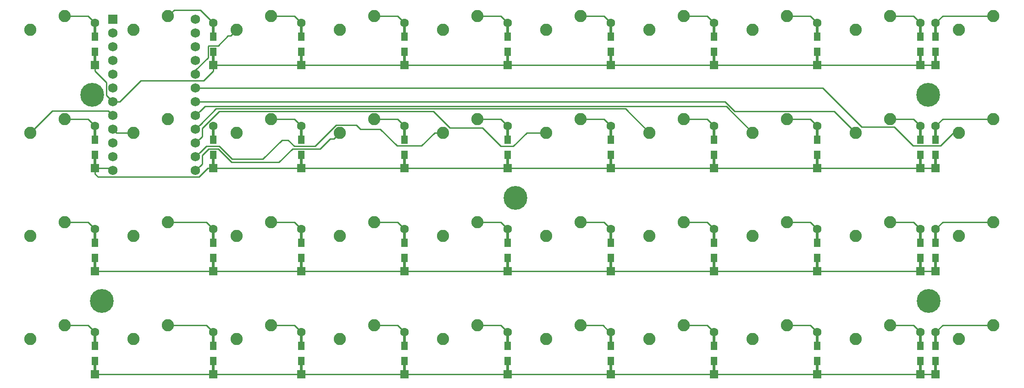
<source format=gbl>
G04 #@! TF.GenerationSoftware,KiCad,Pcbnew,(5.1.4-0)*
G04 #@! TF.CreationDate,2021-02-22T20:17:48-07:00*
G04 #@! TF.ProjectId,electrolyte,656c6563-7472-46f6-9c79-74652e6b6963,rev?*
G04 #@! TF.SameCoordinates,Original*
G04 #@! TF.FileFunction,Copper,L2,Bot*
G04 #@! TF.FilePolarity,Positive*
%FSLAX46Y46*%
G04 Gerber Fmt 4.6, Leading zero omitted, Abs format (unit mm)*
G04 Created by KiCad (PCBNEW (5.1.4-0)) date 2021-02-22 20:17:48*
%MOMM*%
%LPD*%
G04 APERTURE LIST*
%ADD10C,4.400000*%
%ADD11C,2.250000*%
%ADD12C,1.752600*%
%ADD13R,1.752600X1.752600*%
%ADD14R,1.600000X1.600000*%
%ADD15C,1.600000*%
%ADD16R,0.500000X2.900000*%
%ADD17R,1.200000X1.600000*%
%ADD18C,0.250000*%
G04 APERTURE END LIST*
D10*
X111633000Y-54229000D03*
X187833000Y-35179000D03*
X187960000Y-73279000D03*
X35306000Y-73279000D03*
X33528000Y-35179000D03*
D11*
X199929750Y-77755750D03*
X193579750Y-80295750D03*
X199929750Y-58705750D03*
X193579750Y-61245750D03*
X199929750Y-39655750D03*
X193579750Y-42195750D03*
X199929750Y-20605750D03*
X193579750Y-23145750D03*
X180879750Y-77755750D03*
X174529750Y-80295750D03*
X180879750Y-58705750D03*
X174529750Y-61245750D03*
X180879750Y-39655750D03*
X174529750Y-42195750D03*
X180879750Y-20605750D03*
X174529750Y-23145750D03*
X161829750Y-77755750D03*
X155479750Y-80295750D03*
X161829750Y-58705750D03*
X155479750Y-61245750D03*
X161829750Y-39655750D03*
X155479750Y-42195750D03*
X161829750Y-20605750D03*
X155479750Y-23145750D03*
X142779750Y-77755750D03*
X136429750Y-80295750D03*
X142779750Y-58705750D03*
X136429750Y-61245750D03*
X142779750Y-39655750D03*
X136429750Y-42195750D03*
X142779750Y-20605750D03*
X136429750Y-23145750D03*
X123729750Y-77755750D03*
X117379750Y-80295750D03*
X123729750Y-58705750D03*
X117379750Y-61245750D03*
X123729750Y-39655750D03*
X117379750Y-42195750D03*
X123729750Y-20605750D03*
X117379750Y-23145750D03*
X104679750Y-77755750D03*
X98329750Y-80295750D03*
X104679750Y-58705750D03*
X98329750Y-61245750D03*
X104679750Y-39655750D03*
X98329750Y-42195750D03*
X104679750Y-20605750D03*
X98329750Y-23145750D03*
X85629750Y-77755750D03*
X79279750Y-80295750D03*
X85629750Y-58705750D03*
X79279750Y-61245750D03*
X85629750Y-39655750D03*
X79279750Y-42195750D03*
X85629750Y-20605750D03*
X79279750Y-23145750D03*
X66579750Y-77755750D03*
X60229750Y-80295750D03*
X66579750Y-58705750D03*
X60229750Y-61245750D03*
X66579750Y-39655750D03*
X60229750Y-42195750D03*
X66579750Y-20605750D03*
X60229750Y-23145750D03*
X47529750Y-77755750D03*
X41179750Y-80295750D03*
X47529750Y-58705750D03*
X41179750Y-61245750D03*
X47529750Y-39655750D03*
X41179750Y-42195750D03*
X47529750Y-20605750D03*
X41179750Y-23145750D03*
X28479750Y-77755750D03*
X22129750Y-80295750D03*
X28479750Y-58705750D03*
X22129750Y-61245750D03*
X28479750Y-39655750D03*
X22129750Y-42195750D03*
X28479750Y-20605750D03*
X22129750Y-23145750D03*
D12*
X52609750Y-21240750D03*
X37369750Y-49180750D03*
X52609750Y-23780750D03*
X52609750Y-26320750D03*
X52609750Y-28860750D03*
X52609750Y-31400750D03*
X52609750Y-33940750D03*
X52609750Y-36480750D03*
X52609750Y-39020750D03*
X52609750Y-41560750D03*
X52609750Y-44100750D03*
X52609750Y-46640750D03*
X52609750Y-49180750D03*
X37369750Y-46640750D03*
X37369750Y-44100750D03*
X37369750Y-41560750D03*
X37369750Y-39020750D03*
X37369750Y-36480750D03*
X37369750Y-33940750D03*
X37369750Y-31400750D03*
X37369750Y-28860750D03*
X37369750Y-26320750D03*
X37369750Y-23780750D03*
D13*
X37369750Y-21240750D03*
D14*
X189261750Y-86862750D03*
D15*
X189261750Y-79062750D03*
D16*
X189261750Y-85462750D03*
D17*
X189261750Y-84362750D03*
X189261750Y-81562750D03*
D16*
X189261750Y-80462750D03*
D14*
X189261750Y-67812750D03*
D15*
X189261750Y-60012750D03*
D16*
X189261750Y-66412750D03*
D17*
X189261750Y-65312750D03*
X189261750Y-62512750D03*
D16*
X189261750Y-61412750D03*
D14*
X189261750Y-48762750D03*
D15*
X189261750Y-40962750D03*
D16*
X189261750Y-47362750D03*
D17*
X189261750Y-46262750D03*
X189261750Y-43462750D03*
D16*
X189261750Y-42362750D03*
D14*
X189261750Y-29712750D03*
D15*
X189261750Y-21912750D03*
D16*
X189261750Y-28312750D03*
D17*
X189261750Y-27212750D03*
X189261750Y-24412750D03*
D16*
X189261750Y-23312750D03*
D14*
X186467750Y-86862750D03*
D15*
X186467750Y-79062750D03*
D16*
X186467750Y-85462750D03*
D17*
X186467750Y-84362750D03*
X186467750Y-81562750D03*
D16*
X186467750Y-80462750D03*
D14*
X186467750Y-67812750D03*
D15*
X186467750Y-60012750D03*
D16*
X186467750Y-66412750D03*
D17*
X186467750Y-65312750D03*
X186467750Y-62512750D03*
D16*
X186467750Y-61412750D03*
D14*
X186467750Y-48762750D03*
D15*
X186467750Y-40962750D03*
D16*
X186467750Y-47362750D03*
D17*
X186467750Y-46262750D03*
X186467750Y-43462750D03*
D16*
X186467750Y-42362750D03*
D14*
X186467750Y-29712750D03*
D15*
X186467750Y-21912750D03*
D16*
X186467750Y-28312750D03*
D17*
X186467750Y-27212750D03*
X186467750Y-24412750D03*
D16*
X186467750Y-23312750D03*
D14*
X167417750Y-86862750D03*
D15*
X167417750Y-79062750D03*
D16*
X167417750Y-85462750D03*
D17*
X167417750Y-84362750D03*
X167417750Y-81562750D03*
D16*
X167417750Y-80462750D03*
D14*
X167417750Y-67812750D03*
D15*
X167417750Y-60012750D03*
D16*
X167417750Y-66412750D03*
D17*
X167417750Y-65312750D03*
X167417750Y-62512750D03*
D16*
X167417750Y-61412750D03*
D14*
X167417750Y-48762750D03*
D15*
X167417750Y-40962750D03*
D16*
X167417750Y-47362750D03*
D17*
X167417750Y-46262750D03*
X167417750Y-43462750D03*
D16*
X167417750Y-42362750D03*
D14*
X167417750Y-29712750D03*
D15*
X167417750Y-21912750D03*
D16*
X167417750Y-28312750D03*
D17*
X167417750Y-27212750D03*
X167417750Y-24412750D03*
D16*
X167417750Y-23312750D03*
D14*
X148367750Y-86862750D03*
D15*
X148367750Y-79062750D03*
D16*
X148367750Y-85462750D03*
D17*
X148367750Y-84362750D03*
X148367750Y-81562750D03*
D16*
X148367750Y-80462750D03*
D14*
X148367750Y-67812750D03*
D15*
X148367750Y-60012750D03*
D16*
X148367750Y-66412750D03*
D17*
X148367750Y-65312750D03*
X148367750Y-62512750D03*
D16*
X148367750Y-61412750D03*
D14*
X148367750Y-48762750D03*
D15*
X148367750Y-40962750D03*
D16*
X148367750Y-47362750D03*
D17*
X148367750Y-46262750D03*
X148367750Y-43462750D03*
D16*
X148367750Y-42362750D03*
D14*
X148367750Y-29712750D03*
D15*
X148367750Y-21912750D03*
D16*
X148367750Y-28312750D03*
D17*
X148367750Y-27212750D03*
X148367750Y-24412750D03*
D16*
X148367750Y-23312750D03*
D14*
X129317750Y-86862750D03*
D15*
X129317750Y-79062750D03*
D16*
X129317750Y-85462750D03*
D17*
X129317750Y-84362750D03*
X129317750Y-81562750D03*
D16*
X129317750Y-80462750D03*
D14*
X129317750Y-67812750D03*
D15*
X129317750Y-60012750D03*
D16*
X129317750Y-66412750D03*
D17*
X129317750Y-65312750D03*
X129317750Y-62512750D03*
D16*
X129317750Y-61412750D03*
D14*
X129317750Y-48762750D03*
D15*
X129317750Y-40962750D03*
D16*
X129317750Y-47362750D03*
D17*
X129317750Y-46262750D03*
X129317750Y-43462750D03*
D16*
X129317750Y-42362750D03*
D14*
X129317750Y-29712750D03*
D15*
X129317750Y-21912750D03*
D16*
X129317750Y-28312750D03*
D17*
X129317750Y-27212750D03*
X129317750Y-24412750D03*
D16*
X129317750Y-23312750D03*
D14*
X110267750Y-86862750D03*
D15*
X110267750Y-79062750D03*
D16*
X110267750Y-85462750D03*
D17*
X110267750Y-84362750D03*
X110267750Y-81562750D03*
D16*
X110267750Y-80462750D03*
D14*
X110267750Y-67812750D03*
D15*
X110267750Y-60012750D03*
D16*
X110267750Y-66412750D03*
D17*
X110267750Y-65312750D03*
X110267750Y-62512750D03*
D16*
X110267750Y-61412750D03*
D14*
X110267750Y-48762750D03*
D15*
X110267750Y-40962750D03*
D16*
X110267750Y-47362750D03*
D17*
X110267750Y-46262750D03*
X110267750Y-43462750D03*
D16*
X110267750Y-42362750D03*
D14*
X110267750Y-29712750D03*
D15*
X110267750Y-21912750D03*
D16*
X110267750Y-28312750D03*
D17*
X110267750Y-27212750D03*
X110267750Y-24412750D03*
D16*
X110267750Y-23312750D03*
D14*
X91217750Y-86862750D03*
D15*
X91217750Y-79062750D03*
D16*
X91217750Y-85462750D03*
D17*
X91217750Y-84362750D03*
X91217750Y-81562750D03*
D16*
X91217750Y-80462750D03*
D14*
X91217750Y-67812750D03*
D15*
X91217750Y-60012750D03*
D16*
X91217750Y-66412750D03*
D17*
X91217750Y-65312750D03*
X91217750Y-62512750D03*
D16*
X91217750Y-61412750D03*
D14*
X91217750Y-48762750D03*
D15*
X91217750Y-40962750D03*
D16*
X91217750Y-47362750D03*
D17*
X91217750Y-46262750D03*
X91217750Y-43462750D03*
D16*
X91217750Y-42362750D03*
D14*
X91217750Y-29712750D03*
D15*
X91217750Y-21912750D03*
D16*
X91217750Y-28312750D03*
D17*
X91217750Y-27212750D03*
X91217750Y-24412750D03*
D16*
X91217750Y-23312750D03*
D14*
X72167750Y-86862750D03*
D15*
X72167750Y-79062750D03*
D16*
X72167750Y-85462750D03*
D17*
X72167750Y-84362750D03*
X72167750Y-81562750D03*
D16*
X72167750Y-80462750D03*
D14*
X72167750Y-67812750D03*
D15*
X72167750Y-60012750D03*
D16*
X72167750Y-66412750D03*
D17*
X72167750Y-65312750D03*
X72167750Y-62512750D03*
D16*
X72167750Y-61412750D03*
D14*
X72167750Y-48762750D03*
D15*
X72167750Y-40962750D03*
D16*
X72167750Y-47362750D03*
D17*
X72167750Y-46262750D03*
X72167750Y-43462750D03*
D16*
X72167750Y-42362750D03*
D14*
X72167750Y-29712750D03*
D15*
X72167750Y-21912750D03*
D16*
X72167750Y-28312750D03*
D17*
X72167750Y-27212750D03*
X72167750Y-24412750D03*
D16*
X72167750Y-23312750D03*
D14*
X55911750Y-86862750D03*
D15*
X55911750Y-79062750D03*
D16*
X55911750Y-85462750D03*
D17*
X55911750Y-84362750D03*
X55911750Y-81562750D03*
D16*
X55911750Y-80462750D03*
D14*
X55911750Y-67812750D03*
D15*
X55911750Y-60012750D03*
D16*
X55911750Y-66412750D03*
D17*
X55911750Y-65312750D03*
X55911750Y-62512750D03*
D16*
X55911750Y-61412750D03*
D14*
X55911750Y-48762750D03*
D15*
X55911750Y-40962750D03*
D16*
X55911750Y-47362750D03*
D17*
X55911750Y-46262750D03*
X55911750Y-43462750D03*
D16*
X55911750Y-42362750D03*
D14*
X55911750Y-29712750D03*
D15*
X55911750Y-21912750D03*
D16*
X55911750Y-28312750D03*
D17*
X55911750Y-27212750D03*
X55911750Y-24412750D03*
D16*
X55911750Y-23312750D03*
D14*
X34067750Y-86862750D03*
D15*
X34067750Y-79062750D03*
D16*
X34067750Y-85462750D03*
D17*
X34067750Y-84362750D03*
X34067750Y-81562750D03*
D16*
X34067750Y-80462750D03*
D14*
X34067750Y-67812750D03*
D15*
X34067750Y-60012750D03*
D16*
X34067750Y-66412750D03*
D17*
X34067750Y-65312750D03*
X34067750Y-62512750D03*
D16*
X34067750Y-61412750D03*
D14*
X34067750Y-48762750D03*
D15*
X34067750Y-40962750D03*
D16*
X34067750Y-47362750D03*
D17*
X34067750Y-46262750D03*
X34067750Y-43462750D03*
D16*
X34067750Y-42362750D03*
D14*
X34067750Y-29712750D03*
D15*
X34067750Y-21912750D03*
D16*
X34067750Y-28312750D03*
D17*
X34067750Y-27212750D03*
X34067750Y-24412750D03*
D16*
X34067750Y-23312750D03*
D18*
X38609025Y-36480750D02*
X42487724Y-32602051D01*
X55911750Y-30762750D02*
X55911750Y-29712750D01*
X54072449Y-32602051D02*
X55911750Y-30762750D01*
X42487724Y-32602051D02*
X54072449Y-32602051D01*
X37369750Y-36480750D02*
X38609025Y-36480750D01*
X56961750Y-29712750D02*
X189261750Y-29712750D01*
X55911750Y-29712750D02*
X56961750Y-29712750D01*
X36168449Y-35279449D02*
X36493451Y-35604451D01*
X36493451Y-35604451D02*
X37369750Y-36480750D01*
X34067750Y-30762750D02*
X36168449Y-32863449D01*
X36168449Y-32863449D02*
X36168449Y-35279449D01*
X34067750Y-29712750D02*
X34067750Y-30762750D01*
X32760750Y-20605750D02*
X33267751Y-21112751D01*
X33267751Y-21112751D02*
X34067750Y-21912750D01*
X28479750Y-20605750D02*
X32760750Y-20605750D01*
X34067750Y-49812750D02*
X34637051Y-50382051D01*
X54861750Y-48762750D02*
X55911750Y-48762750D01*
X53242449Y-50382051D02*
X54861750Y-48762750D01*
X34637051Y-50382051D02*
X53242449Y-50382051D01*
X34067750Y-48762750D02*
X34067750Y-49812750D01*
X56961750Y-48762750D02*
X129317750Y-48762750D01*
X55911750Y-48762750D02*
X56961750Y-48762750D01*
X129317750Y-48762750D02*
X189261750Y-48762750D01*
X36951750Y-48762750D02*
X37369750Y-49180750D01*
X34067750Y-48762750D02*
X36951750Y-48762750D01*
X32760750Y-39655750D02*
X34067750Y-40962750D01*
X28479750Y-39655750D02*
X32760750Y-39655750D01*
X34067750Y-67812750D02*
X189261750Y-67812750D01*
X32760750Y-58705750D02*
X34067750Y-60012750D01*
X28479750Y-58705750D02*
X32760750Y-58705750D01*
X35117750Y-86862750D02*
X55911750Y-86862750D01*
X34067750Y-86862750D02*
X35117750Y-86862750D01*
X56961750Y-86862750D02*
X72167750Y-86862750D01*
X55911750Y-86862750D02*
X56961750Y-86862750D01*
X72167750Y-86862750D02*
X110267750Y-86862750D01*
X110267750Y-86862750D02*
X148367750Y-86862750D01*
X148367750Y-86862750D02*
X189261750Y-86862750D01*
X32760750Y-77755750D02*
X34067750Y-79062750D01*
X28479750Y-77755750D02*
X32760750Y-77755750D01*
X53479751Y-19480751D02*
X55111751Y-21112751D01*
X48654749Y-19480751D02*
X53479751Y-19480751D01*
X55111751Y-21112751D02*
X55911750Y-21912750D01*
X47529750Y-20605750D02*
X48654749Y-19480751D01*
X54604750Y-58705750D02*
X55911750Y-60012750D01*
X47529750Y-58705750D02*
X54604750Y-58705750D01*
X54604750Y-77755750D02*
X55911750Y-79062750D01*
X47529750Y-77755750D02*
X54604750Y-77755750D01*
X70860750Y-20605750D02*
X72167750Y-21912750D01*
X66579750Y-20605750D02*
X70860750Y-20605750D01*
X70860750Y-39655750D02*
X72167750Y-40962750D01*
X66579750Y-39655750D02*
X70860750Y-39655750D01*
X70860750Y-58705750D02*
X72167750Y-60012750D01*
X66579750Y-58705750D02*
X70860750Y-58705750D01*
X70860750Y-77755750D02*
X72167750Y-79062750D01*
X66579750Y-77755750D02*
X70860750Y-77755750D01*
X89910750Y-20605750D02*
X91217750Y-21912750D01*
X85629750Y-20605750D02*
X89910750Y-20605750D01*
X89910750Y-39655750D02*
X91217750Y-40962750D01*
X85629750Y-39655750D02*
X89910750Y-39655750D01*
X89910750Y-58705750D02*
X91217750Y-60012750D01*
X85629750Y-58705750D02*
X89910750Y-58705750D01*
X89910750Y-77755750D02*
X91217750Y-79062750D01*
X85629750Y-77755750D02*
X89910750Y-77755750D01*
X108960750Y-20605750D02*
X110267750Y-21912750D01*
X104679750Y-20605750D02*
X108960750Y-20605750D01*
X108960750Y-39655750D02*
X110267750Y-40962750D01*
X104679750Y-39655750D02*
X108960750Y-39655750D01*
X108960750Y-58705750D02*
X110267750Y-60012750D01*
X104679750Y-58705750D02*
X108960750Y-58705750D01*
X108960750Y-77755750D02*
X110267750Y-79062750D01*
X104679750Y-77755750D02*
X108960750Y-77755750D01*
X128010750Y-20605750D02*
X129317750Y-21912750D01*
X123729750Y-20605750D02*
X128010750Y-20605750D01*
X128010750Y-39655750D02*
X129317750Y-40962750D01*
X123729750Y-39655750D02*
X128010750Y-39655750D01*
X128010750Y-58705750D02*
X129317750Y-60012750D01*
X123729750Y-58705750D02*
X128010750Y-58705750D01*
X129317750Y-79262750D02*
X129317750Y-80462750D01*
X127810750Y-77755750D02*
X129317750Y-79262750D01*
X123729750Y-77755750D02*
X127810750Y-77755750D01*
X147060750Y-20605750D02*
X148367750Y-21912750D01*
X142779750Y-20605750D02*
X147060750Y-20605750D01*
X147060750Y-39655750D02*
X148367750Y-40962750D01*
X142779750Y-39655750D02*
X147060750Y-39655750D01*
X147060750Y-58705750D02*
X148367750Y-60012750D01*
X142779750Y-58705750D02*
X147060750Y-58705750D01*
X147060750Y-77755750D02*
X148367750Y-79062750D01*
X142779750Y-77755750D02*
X147060750Y-77755750D01*
X166110750Y-20605750D02*
X167417750Y-21912750D01*
X161829750Y-20605750D02*
X166110750Y-20605750D01*
X166110750Y-39655750D02*
X167417750Y-40962750D01*
X161829750Y-39655750D02*
X166110750Y-39655750D01*
X166110750Y-58705750D02*
X167417750Y-60012750D01*
X161829750Y-58705750D02*
X166110750Y-58705750D01*
X166617751Y-78262751D02*
X167417750Y-79062750D01*
X166110750Y-77755750D02*
X166617751Y-78262751D01*
X161829750Y-77755750D02*
X166110750Y-77755750D01*
X185160750Y-20605750D02*
X186467750Y-21912750D01*
X180879750Y-20605750D02*
X185160750Y-20605750D01*
X185160750Y-39655750D02*
X186467750Y-40962750D01*
X180879750Y-39655750D02*
X185160750Y-39655750D01*
X185160750Y-58705750D02*
X186467750Y-60012750D01*
X180879750Y-58705750D02*
X185160750Y-58705750D01*
X185160750Y-77755750D02*
X186467750Y-79062750D01*
X180879750Y-77755750D02*
X185160750Y-77755750D01*
X190568750Y-20605750D02*
X189261750Y-21912750D01*
X199929750Y-20605750D02*
X190568750Y-20605750D01*
X190568750Y-39655750D02*
X189261750Y-40962750D01*
X199929750Y-39655750D02*
X190568750Y-39655750D01*
X190568750Y-58705750D02*
X189261750Y-60012750D01*
X199929750Y-58705750D02*
X190568750Y-58705750D01*
X190568750Y-77755750D02*
X189261750Y-79062750D01*
X199929750Y-77755750D02*
X190568750Y-77755750D01*
X36493451Y-38144451D02*
X37369750Y-39020750D01*
X26181049Y-38144451D02*
X36493451Y-38144451D01*
X22129750Y-42195750D02*
X26181049Y-38144451D01*
X38004750Y-42195750D02*
X37369750Y-41560750D01*
X41179750Y-42195750D02*
X38004750Y-42195750D01*
X59104751Y-24270749D02*
X60229750Y-23145750D01*
X55051749Y-26087749D02*
X56781749Y-26087749D01*
X54910675Y-26228823D02*
X55051749Y-26087749D01*
X54910675Y-28337751D02*
X54910675Y-26228823D01*
X52609750Y-30638676D02*
X54910675Y-28337751D01*
X58598749Y-24270749D02*
X59104751Y-24270749D01*
X56781749Y-26087749D02*
X58598749Y-24270749D01*
X52609750Y-31400750D02*
X52609750Y-30638676D01*
X53486049Y-48304451D02*
X52609750Y-49180750D01*
X53811051Y-47979449D02*
X53486049Y-48304451D01*
X56771751Y-45137749D02*
X55051749Y-45137749D01*
X53811051Y-46378447D02*
X53811051Y-47979449D01*
X55051749Y-45137749D02*
X53811051Y-46378447D01*
X59259002Y-47625000D02*
X56771751Y-45137749D01*
X68006502Y-47625000D02*
X59259002Y-47625000D01*
X70493753Y-45137749D02*
X68006502Y-47625000D01*
X75639251Y-45137749D02*
X70493753Y-45137749D01*
X77456251Y-43320749D02*
X75639251Y-45137749D01*
X78154751Y-43320749D02*
X77456251Y-43320749D01*
X79279750Y-42195750D02*
X78154751Y-43320749D01*
X56958151Y-44687739D02*
X54562761Y-44687739D01*
X54562761Y-44687739D02*
X53486049Y-45764451D01*
X59325063Y-47054651D02*
X56958151Y-44687739D01*
X53486049Y-45764451D02*
X52609750Y-46640750D01*
X65024847Y-47054651D02*
X59325063Y-47054651D01*
X69695751Y-43535749D02*
X68543749Y-43535749D01*
X70847741Y-44687739D02*
X69695751Y-43535749D01*
X68543749Y-43535749D02*
X65024847Y-47054651D01*
X78583749Y-40745749D02*
X74641759Y-44687739D01*
X82267753Y-40745749D02*
X78583749Y-40745749D01*
X83021753Y-41499749D02*
X82267753Y-40745749D01*
X86709751Y-41499749D02*
X83021753Y-41499749D01*
X89797753Y-44587751D02*
X86709751Y-41499749D01*
X94346759Y-44587751D02*
X89797753Y-44587751D01*
X96738760Y-42195750D02*
X94346759Y-44587751D01*
X74641759Y-44687739D02*
X70847741Y-44687739D01*
X98329750Y-42195750D02*
X96738760Y-42195750D01*
X53811051Y-41398447D02*
X53811051Y-42899449D01*
X57003749Y-38205749D02*
X53811051Y-41398447D01*
X105535002Y-41275000D02*
X99555002Y-41275000D01*
X99555002Y-41275000D02*
X96485751Y-38205749D01*
X108964002Y-44704000D02*
X105535002Y-41275000D01*
X53811051Y-42899449D02*
X53486049Y-43224451D01*
X113760250Y-42195750D02*
X111252000Y-44704000D01*
X53486049Y-43224451D02*
X52609750Y-44100750D01*
X96485751Y-38205749D02*
X57003749Y-38205749D01*
X111252000Y-44704000D02*
X108964002Y-44704000D01*
X117379750Y-42195750D02*
X113760250Y-42195750D01*
X53486049Y-40684451D02*
X52609750Y-41560750D01*
X56414761Y-37755739D02*
X53486049Y-40684451D01*
X131989739Y-37755739D02*
X56414761Y-37755739D01*
X136429750Y-42195750D02*
X131989739Y-37755739D01*
X53486049Y-38144451D02*
X52609750Y-39020750D01*
X150589729Y-37305729D02*
X54324771Y-37305729D01*
X54324771Y-37305729D02*
X53486049Y-38144451D01*
X155479750Y-42195750D02*
X150589729Y-37305729D01*
X53849025Y-36480750D02*
X52609750Y-36480750D01*
X150401160Y-36480750D02*
X53849025Y-36480750D01*
X170539749Y-38205749D02*
X152126159Y-38205749D01*
X152126159Y-38205749D02*
X150401160Y-36480750D01*
X174529750Y-42195750D02*
X170539749Y-38205749D01*
X53849025Y-33940750D02*
X52609750Y-33940750D01*
X168420752Y-33940750D02*
X53849025Y-33940750D01*
X175585753Y-41105751D02*
X168420752Y-33940750D01*
X181565753Y-41105751D02*
X175585753Y-41105751D01*
X185047753Y-44587751D02*
X181565753Y-41105751D01*
X190121751Y-44587751D02*
X185047753Y-44587751D01*
X192513752Y-42195750D02*
X190121751Y-44587751D01*
X193579750Y-42195750D02*
X192513752Y-42195750D01*
M02*

</source>
